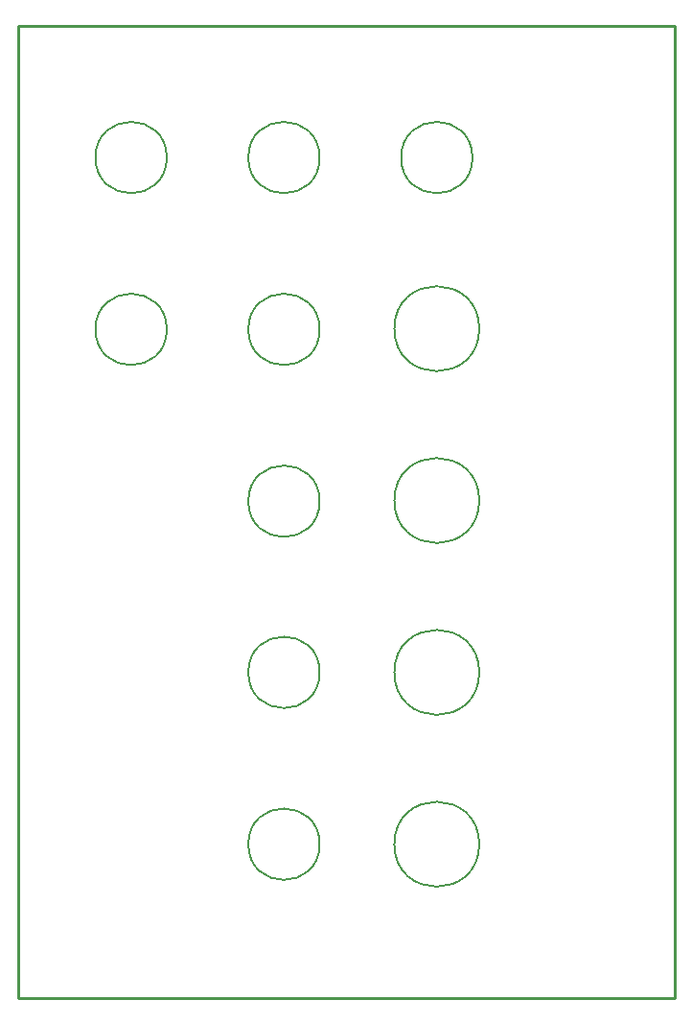
<source format=gm1>
G04*
G04 #@! TF.GenerationSoftware,Altium Limited,Altium Designer,22.0.2 (36)*
G04*
G04 Layer_Color=16711935*
%FSLAX25Y25*%
%MOIN*%
G70*
G04*
G04 #@! TF.SameCoordinates,9B726C29-AE44-4639-9992-66E433AB5CB2*
G04*
G04*
G04 #@! TF.FilePolarity,Positive*
G04*
G01*
G75*
%ADD17C,0.00800*%
%ADD18C,0.01000*%
D17*
X51772Y-45827D02*
G03*
X51772Y-45827I-12402J0D01*
G01*
X104921D02*
G03*
X104921Y-45827I-12402J0D01*
G01*
X158071D02*
G03*
X158071Y-45827I-12402J0D01*
G01*
X104921Y-284316D02*
G03*
X104921Y-284316I-12402J0D01*
G01*
X160433Y-284317D02*
G03*
X160433Y-284317I-14764J0D01*
G01*
Y-105262D02*
G03*
X160433Y-105262I-14764J0D01*
G01*
X104921Y-105512D02*
G03*
X104921Y-105512I-12402J0D01*
G01*
X51772D02*
G03*
X51772Y-105512I-12402J0D01*
G01*
X160433Y-164947D02*
G03*
X160433Y-164947I-14764J0D01*
G01*
X104921Y-165197D02*
G03*
X104921Y-165197I-12402J0D01*
G01*
Y-224631D02*
G03*
X104921Y-224631I-12402J0D01*
G01*
X160433Y-224632D02*
G03*
X160433Y-224632I-14764J0D01*
G01*
D18*
X228346Y-337795D02*
X228346Y0D01*
X0Y-337795D02*
X228346D01*
X0Y-0D02*
X228346Y-0D01*
X0Y-337795D02*
Y-0D01*
M02*

</source>
